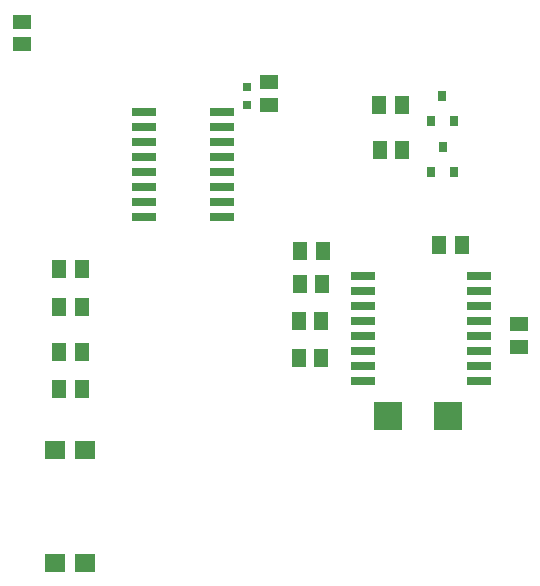
<source format=gtp>
G75*
G70*
%OFA0B0*%
%FSLAX24Y24*%
%IPPOS*%
%LPD*%
%AMOC8*
5,1,8,0,0,1.08239X$1,22.5*
%
%ADD10R,0.0701X0.0610*%
%ADD11R,0.0512X0.0591*%
%ADD12R,0.0800X0.0260*%
%ADD13R,0.0945X0.0945*%
%ADD14R,0.0591X0.0512*%
%ADD15R,0.0315X0.0315*%
%ADD16R,0.0315X0.0354*%
D10*
X010234Y004080D03*
X011234Y004080D03*
X011234Y007836D03*
X010234Y007836D03*
D11*
X010392Y009871D03*
X011140Y009871D03*
X011140Y011121D03*
X010392Y011121D03*
X010392Y012621D03*
X011140Y012621D03*
X011140Y013871D03*
X010392Y013871D03*
X018409Y013379D03*
X019157Y013379D03*
X019176Y014471D03*
X018428Y014471D03*
X018369Y012158D03*
X019117Y012158D03*
X019117Y010899D03*
X018369Y010899D03*
X023064Y014668D03*
X023812Y014668D03*
X021824Y017828D03*
X021076Y017828D03*
X021066Y019353D03*
X021814Y019353D03*
D12*
X015821Y019121D03*
X015821Y018621D03*
X015821Y018121D03*
X015821Y017621D03*
X015821Y017121D03*
X015821Y016621D03*
X015821Y016121D03*
X015821Y015621D03*
X013211Y015621D03*
X013211Y016121D03*
X013211Y016621D03*
X013211Y017121D03*
X013211Y017621D03*
X013211Y018121D03*
X013211Y018621D03*
X013211Y019121D03*
X020514Y013652D03*
X020514Y013152D03*
X020514Y012652D03*
X020514Y012152D03*
X020514Y011652D03*
X020514Y011152D03*
X020514Y010652D03*
X020514Y010152D03*
X024374Y010152D03*
X024374Y010652D03*
X024374Y011152D03*
X024374Y011652D03*
X024374Y012152D03*
X024374Y012652D03*
X024374Y013152D03*
X024374Y013652D03*
D13*
X023334Y008965D03*
X021365Y008965D03*
D14*
X025712Y011292D03*
X025712Y012040D03*
X017395Y019353D03*
X017395Y020101D03*
X009141Y021372D03*
X009141Y022120D03*
D15*
X016666Y019944D03*
X016666Y019353D03*
D16*
X022789Y018822D03*
X023537Y018822D03*
X023163Y019649D03*
X023172Y017946D03*
X022798Y017119D03*
X023546Y017119D03*
M02*

</source>
